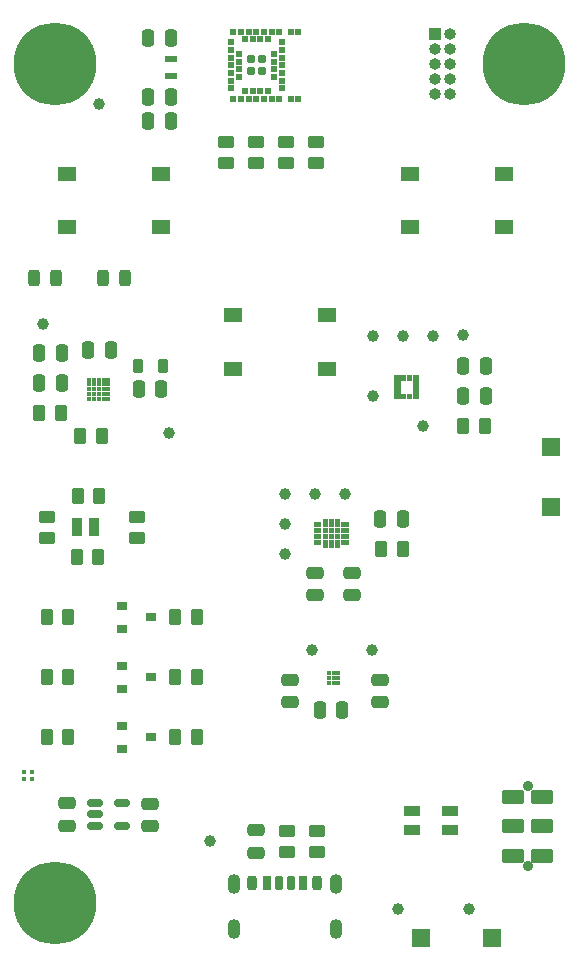
<source format=gbr>
%TF.GenerationSoftware,KiCad,Pcbnew,7.0.10-7.0.10~ubuntu22.04.1*%
%TF.CreationDate,2024-04-30T07:38:50+03:00*%
%TF.ProjectId,imu-mouse,696d752d-6d6f-4757-9365-2e6b69636164,v1*%
%TF.SameCoordinates,Original*%
%TF.FileFunction,Soldermask,Top*%
%TF.FilePolarity,Negative*%
%FSLAX46Y46*%
G04 Gerber Fmt 4.6, Leading zero omitted, Abs format (unit mm)*
G04 Created by KiCad (PCBNEW 7.0.10-7.0.10~ubuntu22.04.1) date 2024-04-30 07:38:50*
%MOMM*%
%LPD*%
G01*
G04 APERTURE LIST*
G04 Aperture macros list*
%AMRoundRect*
0 Rectangle with rounded corners*
0 $1 Rounding radius*
0 $2 $3 $4 $5 $6 $7 $8 $9 X,Y pos of 4 corners*
0 Add a 4 corners polygon primitive as box body*
4,1,4,$2,$3,$4,$5,$6,$7,$8,$9,$2,$3,0*
0 Add four circle primitives for the rounded corners*
1,1,$1+$1,$2,$3*
1,1,$1+$1,$4,$5*
1,1,$1+$1,$6,$7*
1,1,$1+$1,$8,$9*
0 Add four rect primitives between the rounded corners*
20,1,$1+$1,$2,$3,$4,$5,0*
20,1,$1+$1,$4,$5,$6,$7,0*
20,1,$1+$1,$6,$7,$8,$9,0*
20,1,$1+$1,$8,$9,$2,$3,0*%
G04 Aperture macros list end*
%ADD10C,0.010000*%
%ADD11RoundRect,0.243750X0.243750X0.456250X-0.243750X0.456250X-0.243750X-0.456250X0.243750X-0.456250X0*%
%ADD12C,0.900000*%
%ADD13RoundRect,0.102000X0.800000X0.500000X-0.800000X0.500000X-0.800000X-0.500000X0.800000X-0.500000X0*%
%ADD14RoundRect,0.250000X-0.250000X-0.475000X0.250000X-0.475000X0.250000X0.475000X-0.250000X0.475000X0*%
%ADD15C,1.000000*%
%ADD16RoundRect,0.010280X0.421720X0.246720X-0.421720X0.246720X-0.421720X-0.246720X0.421720X-0.246720X0*%
%ADD17RoundRect,0.250000X-0.550000X-0.550000X0.550000X-0.550000X0.550000X0.550000X-0.550000X0.550000X0*%
%ADD18RoundRect,0.250000X0.262500X0.450000X-0.262500X0.450000X-0.262500X-0.450000X0.262500X-0.450000X0*%
%ADD19RoundRect,0.102000X-0.175000X0.175000X-0.175000X-0.175000X0.175000X-0.175000X0.175000X0.175000X0*%
%ADD20RoundRect,0.102000X-0.210000X0.210000X-0.210000X-0.210000X0.210000X-0.210000X0.210000X0.210000X0*%
%ADD21RoundRect,0.250000X0.450000X-0.262500X0.450000X0.262500X-0.450000X0.262500X-0.450000X-0.262500X0*%
%ADD22C,0.404000*%
%ADD23RoundRect,0.150000X-0.512500X-0.150000X0.512500X-0.150000X0.512500X0.150000X-0.512500X0.150000X0*%
%ADD24RoundRect,0.250000X-0.475000X0.250000X-0.475000X-0.250000X0.475000X-0.250000X0.475000X0.250000X0*%
%ADD25RoundRect,0.250000X-0.262500X-0.450000X0.262500X-0.450000X0.262500X0.450000X-0.262500X0.450000X0*%
%ADD26R,1.550000X1.300000*%
%ADD27C,7.000000*%
%ADD28C,0.424000*%
%ADD29RoundRect,0.243750X-0.243750X-0.456250X0.243750X-0.456250X0.243750X0.456250X-0.243750X0.456250X0*%
%ADD30R,0.914400X0.660400*%
%ADD31RoundRect,0.250000X0.250000X0.475000X-0.250000X0.475000X-0.250000X-0.475000X0.250000X-0.475000X0*%
%ADD32RoundRect,0.175000X-0.175000X-0.425000X0.175000X-0.425000X0.175000X0.425000X-0.175000X0.425000X0*%
%ADD33RoundRect,0.190000X0.190000X0.410000X-0.190000X0.410000X-0.190000X-0.410000X0.190000X-0.410000X0*%
%ADD34RoundRect,0.200000X0.200000X0.400000X-0.200000X0.400000X-0.200000X-0.400000X0.200000X-0.400000X0*%
%ADD35RoundRect,0.175000X0.175000X0.425000X-0.175000X0.425000X-0.175000X-0.425000X0.175000X-0.425000X0*%
%ADD36RoundRect,0.190000X-0.190000X-0.410000X0.190000X-0.410000X0.190000X0.410000X-0.190000X0.410000X0*%
%ADD37RoundRect,0.200000X-0.200000X-0.400000X0.200000X-0.400000X0.200000X0.400000X-0.200000X0.400000X0*%
%ADD38O,1.100000X1.700000*%
%ADD39R,1.100000X0.600000*%
%ADD40R,1.000000X1.000000*%
%ADD41O,1.000000X1.000000*%
%ADD42RoundRect,0.250000X-0.450000X0.262500X-0.450000X-0.262500X0.450000X-0.262500X0.450000X0.262500X0*%
%ADD43RoundRect,0.250000X0.475000X-0.250000X0.475000X0.250000X-0.475000X0.250000X-0.475000X-0.250000X0*%
%ADD44RoundRect,0.218750X0.218750X0.381250X-0.218750X0.381250X-0.218750X-0.381250X0.218750X-0.381250X0*%
%ADD45R,1.422400X0.812800*%
%ADD46R,0.304800X0.304800*%
G04 APERTURE END LIST*
%TO.C,U6*%
D10*
X97462500Y-166775000D02*
X96887500Y-166775000D01*
X96887500Y-166425000D01*
X97462500Y-166425000D01*
X97462500Y-166775000D01*
G36*
X97462500Y-166775000D02*
G01*
X96887500Y-166775000D01*
X96887500Y-166425000D01*
X97462500Y-166425000D01*
X97462500Y-166775000D01*
G37*
X97462500Y-167275000D02*
X96887500Y-167275000D01*
X96887500Y-166925000D01*
X97462500Y-166925000D01*
X97462500Y-167275000D01*
G36*
X97462500Y-167275000D02*
G01*
X96887500Y-167275000D01*
X96887500Y-166925000D01*
X97462500Y-166925000D01*
X97462500Y-167275000D01*
G37*
X97462500Y-167775000D02*
X96887500Y-167775000D01*
X96887500Y-167425000D01*
X97462500Y-167425000D01*
X97462500Y-167775000D01*
G36*
X97462500Y-167775000D02*
G01*
X96887500Y-167775000D01*
X96887500Y-167425000D01*
X97462500Y-167425000D01*
X97462500Y-167775000D01*
G37*
X97462500Y-168275000D02*
X96887500Y-168275000D01*
X96887500Y-167925000D01*
X97462500Y-167925000D01*
X97462500Y-168275000D01*
G36*
X97462500Y-168275000D02*
G01*
X96887500Y-168275000D01*
X96887500Y-167925000D01*
X97462500Y-167925000D01*
X97462500Y-168275000D01*
G37*
X98012500Y-166725000D02*
X97662500Y-166725000D01*
X97662500Y-166150000D01*
X98012500Y-166150000D01*
X98012500Y-166725000D01*
G36*
X98012500Y-166725000D02*
G01*
X97662500Y-166725000D01*
X97662500Y-166150000D01*
X98012500Y-166150000D01*
X98012500Y-166725000D01*
G37*
X98012500Y-167275000D02*
X97662500Y-167275000D01*
X97662500Y-166925000D01*
X98012500Y-166925000D01*
X98012500Y-167275000D01*
G36*
X98012500Y-167275000D02*
G01*
X97662500Y-167275000D01*
X97662500Y-166925000D01*
X98012500Y-166925000D01*
X98012500Y-167275000D01*
G37*
X98012500Y-167775000D02*
X97662500Y-167775000D01*
X97662500Y-167425000D01*
X98012500Y-167425000D01*
X98012500Y-167775000D01*
G36*
X98012500Y-167775000D02*
G01*
X97662500Y-167775000D01*
X97662500Y-167425000D01*
X98012500Y-167425000D01*
X98012500Y-167775000D01*
G37*
X98012500Y-168550000D02*
X97662500Y-168550000D01*
X97662500Y-167975000D01*
X98012500Y-167975000D01*
X98012500Y-168550000D01*
G36*
X98012500Y-168550000D02*
G01*
X97662500Y-168550000D01*
X97662500Y-167975000D01*
X98012500Y-167975000D01*
X98012500Y-168550000D01*
G37*
X98512500Y-166725000D02*
X98162500Y-166725000D01*
X98162500Y-166150000D01*
X98512500Y-166150000D01*
X98512500Y-166725000D01*
G36*
X98512500Y-166725000D02*
G01*
X98162500Y-166725000D01*
X98162500Y-166150000D01*
X98512500Y-166150000D01*
X98512500Y-166725000D01*
G37*
X98512500Y-167275000D02*
X98162500Y-167275000D01*
X98162500Y-166925000D01*
X98512500Y-166925000D01*
X98512500Y-167275000D01*
G36*
X98512500Y-167275000D02*
G01*
X98162500Y-167275000D01*
X98162500Y-166925000D01*
X98512500Y-166925000D01*
X98512500Y-167275000D01*
G37*
X98512500Y-167775000D02*
X98162500Y-167775000D01*
X98162500Y-167425000D01*
X98512500Y-167425000D01*
X98512500Y-167775000D01*
G36*
X98512500Y-167775000D02*
G01*
X98162500Y-167775000D01*
X98162500Y-167425000D01*
X98512500Y-167425000D01*
X98512500Y-167775000D01*
G37*
X98512500Y-168550000D02*
X98162500Y-168550000D01*
X98162500Y-167975000D01*
X98512500Y-167975000D01*
X98512500Y-168550000D01*
G36*
X98512500Y-168550000D02*
G01*
X98162500Y-168550000D01*
X98162500Y-167975000D01*
X98512500Y-167975000D01*
X98512500Y-168550000D01*
G37*
X99012500Y-166725000D02*
X98662500Y-166725000D01*
X98662500Y-166150000D01*
X99012500Y-166150000D01*
X99012500Y-166725000D01*
G36*
X99012500Y-166725000D02*
G01*
X98662500Y-166725000D01*
X98662500Y-166150000D01*
X99012500Y-166150000D01*
X99012500Y-166725000D01*
G37*
X99012500Y-167275000D02*
X98662500Y-167275000D01*
X98662500Y-166925000D01*
X99012500Y-166925000D01*
X99012500Y-167275000D01*
G36*
X99012500Y-167275000D02*
G01*
X98662500Y-167275000D01*
X98662500Y-166925000D01*
X99012500Y-166925000D01*
X99012500Y-167275000D01*
G37*
X99012500Y-167775000D02*
X98662500Y-167775000D01*
X98662500Y-167425000D01*
X99012500Y-167425000D01*
X99012500Y-167775000D01*
G36*
X99012500Y-167775000D02*
G01*
X98662500Y-167775000D01*
X98662500Y-167425000D01*
X99012500Y-167425000D01*
X99012500Y-167775000D01*
G37*
X99012500Y-168550000D02*
X98662500Y-168550000D01*
X98662500Y-167975000D01*
X99012500Y-167975000D01*
X99012500Y-168550000D01*
G36*
X99012500Y-168550000D02*
G01*
X98662500Y-168550000D01*
X98662500Y-167975000D01*
X99012500Y-167975000D01*
X99012500Y-168550000D01*
G37*
X99787500Y-166775000D02*
X99212500Y-166775000D01*
X99212500Y-166425000D01*
X99787500Y-166425000D01*
X99787500Y-166775000D01*
G36*
X99787500Y-166775000D02*
G01*
X99212500Y-166775000D01*
X99212500Y-166425000D01*
X99787500Y-166425000D01*
X99787500Y-166775000D01*
G37*
X99787500Y-167275000D02*
X99212500Y-167275000D01*
X99212500Y-166925000D01*
X99787500Y-166925000D01*
X99787500Y-167275000D01*
G36*
X99787500Y-167275000D02*
G01*
X99212500Y-167275000D01*
X99212500Y-166925000D01*
X99787500Y-166925000D01*
X99787500Y-167275000D01*
G37*
X99787500Y-167775000D02*
X99212500Y-167775000D01*
X99212500Y-167425000D01*
X99787500Y-167425000D01*
X99787500Y-167775000D01*
G36*
X99787500Y-167775000D02*
G01*
X99212500Y-167775000D01*
X99212500Y-167425000D01*
X99787500Y-167425000D01*
X99787500Y-167775000D01*
G37*
X99787500Y-168275000D02*
X99212500Y-168275000D01*
X99212500Y-167925000D01*
X99787500Y-167925000D01*
X99787500Y-168275000D01*
G36*
X99787500Y-168275000D02*
G01*
X99212500Y-168275000D01*
X99212500Y-167925000D01*
X99787500Y-167925000D01*
X99787500Y-168275000D01*
G37*
%TO.C,U7*%
X104160000Y-154410000D02*
X103710000Y-154410000D01*
X103710000Y-154010000D01*
X104160000Y-154010000D01*
X104160000Y-154410000D01*
G36*
X104160000Y-154410000D02*
G01*
X103710000Y-154410000D01*
X103710000Y-154010000D01*
X104160000Y-154010000D01*
X104160000Y-154410000D01*
G37*
X104160000Y-154910000D02*
X103710000Y-154910000D01*
X103710000Y-154510000D01*
X104160000Y-154510000D01*
X104160000Y-154910000D01*
G36*
X104160000Y-154910000D02*
G01*
X103710000Y-154910000D01*
X103710000Y-154510000D01*
X104160000Y-154510000D01*
X104160000Y-154910000D01*
G37*
X104160000Y-155410000D02*
X103710000Y-155410000D01*
X103710000Y-155010000D01*
X104160000Y-155010000D01*
X104160000Y-155410000D01*
G36*
X104160000Y-155410000D02*
G01*
X103710000Y-155410000D01*
X103710000Y-155010000D01*
X104160000Y-155010000D01*
X104160000Y-155410000D01*
G37*
X104160000Y-155910000D02*
X103710000Y-155910000D01*
X103710000Y-155510000D01*
X104160000Y-155510000D01*
X104160000Y-155910000D01*
G36*
X104160000Y-155910000D02*
G01*
X103710000Y-155910000D01*
X103710000Y-155510000D01*
X104160000Y-155510000D01*
X104160000Y-155910000D01*
G37*
X104635000Y-154360000D02*
X104285000Y-154360000D01*
X104285000Y-153960000D01*
X104635000Y-153960000D01*
X104635000Y-154360000D01*
G36*
X104635000Y-154360000D02*
G01*
X104285000Y-154360000D01*
X104285000Y-153960000D01*
X104635000Y-153960000D01*
X104635000Y-154360000D01*
G37*
X104635000Y-155960000D02*
X104285000Y-155960000D01*
X104285000Y-155560000D01*
X104635000Y-155560000D01*
X104635000Y-155960000D01*
G36*
X104635000Y-155960000D02*
G01*
X104285000Y-155960000D01*
X104285000Y-155560000D01*
X104635000Y-155560000D01*
X104635000Y-155960000D01*
G37*
X105135000Y-154360000D02*
X104785000Y-154360000D01*
X104785000Y-153960000D01*
X105135000Y-153960000D01*
X105135000Y-154360000D01*
G36*
X105135000Y-154360000D02*
G01*
X104785000Y-154360000D01*
X104785000Y-153960000D01*
X105135000Y-153960000D01*
X105135000Y-154360000D01*
G37*
X105135000Y-155960000D02*
X104785000Y-155960000D01*
X104785000Y-155560000D01*
X105135000Y-155560000D01*
X105135000Y-155960000D01*
G36*
X105135000Y-155960000D02*
G01*
X104785000Y-155960000D01*
X104785000Y-155560000D01*
X105135000Y-155560000D01*
X105135000Y-155960000D01*
G37*
X105710000Y-154410000D02*
X105260000Y-154410000D01*
X105260000Y-154010000D01*
X105710000Y-154010000D01*
X105710000Y-154410000D01*
G36*
X105710000Y-154410000D02*
G01*
X105260000Y-154410000D01*
X105260000Y-154010000D01*
X105710000Y-154010000D01*
X105710000Y-154410000D01*
G37*
X105710000Y-154910000D02*
X105260000Y-154910000D01*
X105260000Y-154510000D01*
X105710000Y-154510000D01*
X105710000Y-154910000D01*
G36*
X105710000Y-154910000D02*
G01*
X105260000Y-154910000D01*
X105260000Y-154510000D01*
X105710000Y-154510000D01*
X105710000Y-154910000D01*
G37*
X105710000Y-155410000D02*
X105260000Y-155410000D01*
X105260000Y-155010000D01*
X105710000Y-155010000D01*
X105710000Y-155410000D01*
G36*
X105710000Y-155410000D02*
G01*
X105260000Y-155410000D01*
X105260000Y-155010000D01*
X105710000Y-155010000D01*
X105710000Y-155410000D01*
G37*
X105710000Y-155910000D02*
X105260000Y-155910000D01*
X105260000Y-155510000D01*
X105710000Y-155510000D01*
X105710000Y-155910000D01*
G36*
X105710000Y-155910000D02*
G01*
X105260000Y-155910000D01*
X105260000Y-155510000D01*
X105710000Y-155510000D01*
X105710000Y-155910000D01*
G37*
%TD*%
D11*
%TO.C,D1*%
X80900000Y-145800000D03*
X79025000Y-145800000D03*
%TD*%
D12*
%TO.C,SW1*%
X115000000Y-195580000D03*
X115000000Y-188780000D03*
D13*
X113800000Y-194680000D03*
X113800000Y-192180000D03*
X113800000Y-189680000D03*
X116200000Y-194680000D03*
X116200000Y-192180000D03*
X116200000Y-189680000D03*
%TD*%
D14*
%TO.C,C14*%
X109540000Y-155760000D03*
X111440000Y-155760000D03*
%TD*%
D15*
%TO.C,TP16*%
X101860000Y-177240000D03*
%TD*%
D16*
%TO.C,Q1*%
X78300000Y-167380000D03*
X78300000Y-166880000D03*
X78300000Y-166380000D03*
X76830000Y-166380000D03*
X76830000Y-166880000D03*
X76830000Y-167380000D03*
%TD*%
D17*
%TO.C,J2*%
X112000000Y-201680000D03*
%TD*%
D18*
%TO.C,R6*%
X76115000Y-174500000D03*
X74290000Y-174500000D03*
%TD*%
D15*
%TO.C,TP14*%
X107000000Y-150680000D03*
%TD*%
D14*
%TO.C,C13*%
X109540000Y-153220000D03*
X111440000Y-153220000D03*
%TD*%
D19*
%TO.C,U5*%
X95580000Y-124920000D03*
X94930000Y-124920000D03*
X93988000Y-124920000D03*
X93338000Y-124920000D03*
X92688000Y-124920000D03*
X92038000Y-124920000D03*
X91388000Y-124920000D03*
X90738000Y-124920000D03*
X90088000Y-124920000D03*
X93013000Y-125570000D03*
X92363000Y-125570000D03*
X91713000Y-125570000D03*
X91063000Y-125570000D03*
X89900000Y-125810000D03*
X89900000Y-126460000D03*
X89900000Y-127110000D03*
X89900000Y-127760000D03*
X89900000Y-128410000D03*
X89900000Y-129060000D03*
X89900000Y-129710000D03*
X90550000Y-126785000D03*
X90550000Y-127435000D03*
X90550000Y-128085000D03*
X90550000Y-128735000D03*
X90088000Y-130600000D03*
X90738000Y-130600000D03*
X91388000Y-130600000D03*
X92038000Y-130600000D03*
X92688000Y-130600000D03*
X93338000Y-130600000D03*
X93988000Y-130600000D03*
X94930000Y-130600000D03*
X95580000Y-130600000D03*
X91063000Y-129950000D03*
X91713000Y-129950000D03*
X92363000Y-129950000D03*
X93013000Y-129950000D03*
X94175000Y-129710000D03*
X94175000Y-129060000D03*
X94175000Y-128410000D03*
X94175000Y-127760000D03*
X94175000Y-127110000D03*
X94175000Y-126460000D03*
X94175000Y-125810000D03*
X93525000Y-128735000D03*
X93525000Y-128085000D03*
X93525000Y-127435000D03*
X93525000Y-126785000D03*
D20*
X92488000Y-127240000D03*
X91588000Y-127240000D03*
X91588000Y-128280000D03*
X92488000Y-128280000D03*
%TD*%
D21*
%TO.C,R14*%
X89500000Y-136045000D03*
X89500000Y-134220000D03*
%TD*%
D15*
%TO.C,TP3*%
X88140000Y-193420000D03*
%TD*%
D22*
%TO.C,U8*%
X98173595Y-179238558D03*
X98573595Y-179238558D03*
X98973595Y-179238558D03*
X98173595Y-179638558D03*
X98573595Y-179638558D03*
X98973595Y-179638558D03*
X98173595Y-180038558D03*
X98573595Y-180038558D03*
X98973595Y-180038558D03*
%TD*%
D23*
%TO.C,U9*%
X78362500Y-190230000D03*
X78362500Y-191180000D03*
X78362500Y-192130000D03*
X80637500Y-192130000D03*
X80637500Y-190230000D03*
%TD*%
D24*
%TO.C,C12*%
X100100000Y-170700000D03*
X100100000Y-172600000D03*
%TD*%
D25*
%TO.C,R4*%
X85165000Y-179580000D03*
X86990000Y-179580000D03*
%TD*%
D24*
%TO.C,C11*%
X97000000Y-170700000D03*
X97000000Y-172600000D03*
%TD*%
D26*
%TO.C,SW4*%
X105020000Y-136930000D03*
X112980000Y-136930000D03*
X105020000Y-141430000D03*
X112980000Y-141430000D03*
%TD*%
D15*
%TO.C,TP18*%
X106125000Y-158300000D03*
%TD*%
D27*
%TO.C,H1*%
X75000000Y-127680000D03*
%TD*%
D14*
%TO.C,C18*%
X97420000Y-182320000D03*
X99320000Y-182320000D03*
%TD*%
D17*
%TO.C,J1*%
X106000000Y-201680000D03*
%TD*%
D15*
%TO.C,TP4*%
X74000000Y-149680000D03*
%TD*%
D28*
%TO.C,U4*%
X77900000Y-154380000D03*
X78300000Y-154380000D03*
X78700000Y-154380000D03*
X79100000Y-154380000D03*
X79500000Y-154380000D03*
X77900000Y-154780000D03*
X78300000Y-154780000D03*
X78700000Y-154780000D03*
X79100000Y-154780000D03*
X79500000Y-154780000D03*
X77900000Y-155180000D03*
X78300000Y-155180000D03*
X78700000Y-155180000D03*
X79100000Y-155180000D03*
X79500000Y-155180000D03*
X77900000Y-155580000D03*
X78300000Y-155580000D03*
X78700000Y-155580000D03*
X79100000Y-155580000D03*
X79500000Y-155580000D03*
X77900000Y-155980000D03*
X78300000Y-155980000D03*
X78700000Y-155980000D03*
X79100000Y-155980000D03*
X79500000Y-155980000D03*
%TD*%
D26*
%TO.C,SW3*%
X76020000Y-136930000D03*
X83980000Y-136930000D03*
X76020000Y-141430000D03*
X83980000Y-141430000D03*
%TD*%
D15*
%TO.C,TP17*%
X96780000Y-177240000D03*
%TD*%
D29*
%TO.C,D2*%
X73225000Y-145800000D03*
X75100000Y-145800000D03*
%TD*%
D30*
%TO.C,U2*%
X80665400Y-178629999D03*
X80665400Y-180530001D03*
X83154600Y-179580000D03*
%TD*%
D14*
%TO.C,C6*%
X82890000Y-125420000D03*
X84790000Y-125420000D03*
%TD*%
D15*
%TO.C,TP6*%
X78700000Y-131000000D03*
%TD*%
%TO.C,TP19*%
X101920000Y-155760000D03*
%TD*%
D18*
%TO.C,R15*%
X78740000Y-164180000D03*
X76915000Y-164180000D03*
%TD*%
D31*
%TO.C,C1*%
X75575000Y-154640000D03*
X73675000Y-154640000D03*
%TD*%
D15*
%TO.C,TP12*%
X104460000Y-150680000D03*
%TD*%
D32*
%TO.C,J3*%
X93955024Y-197029206D03*
D33*
X95975024Y-197029206D03*
D34*
X97205024Y-197029206D03*
D35*
X94955024Y-197029206D03*
D36*
X92935024Y-197029206D03*
D37*
X91705024Y-197029206D03*
D38*
X90135024Y-197109206D03*
X90135024Y-200909206D03*
X98775024Y-197109206D03*
X98775024Y-200909206D03*
%TD*%
D25*
%TO.C,R5*%
X85165000Y-184660000D03*
X86990000Y-184660000D03*
%TD*%
D31*
%TO.C,C8*%
X84800000Y-132500000D03*
X82900000Y-132500000D03*
%TD*%
D27*
%TO.C,H3*%
X114700000Y-127670000D03*
%TD*%
D18*
%TO.C,R7*%
X76115000Y-179580000D03*
X74290000Y-179580000D03*
%TD*%
D25*
%TO.C,R20*%
X109540000Y-158300000D03*
X111365000Y-158300000D03*
%TD*%
D18*
%TO.C,R8*%
X76115000Y-184660000D03*
X74290000Y-184660000D03*
%TD*%
D21*
%TO.C,R10*%
X94590000Y-194400000D03*
X94590000Y-192575000D03*
%TD*%
D14*
%TO.C,C2*%
X77800000Y-151900000D03*
X79700000Y-151900000D03*
%TD*%
D39*
%TO.C,Y1*%
X84840000Y-128620000D03*
X84840000Y-127220000D03*
%TD*%
D15*
%TO.C,TP13*%
X101920000Y-150680000D03*
%TD*%
D40*
%TO.C,J4*%
X107170000Y-125080000D03*
D41*
X108440000Y-125080000D03*
X107170000Y-126350000D03*
X108440000Y-126350000D03*
X107170000Y-127620000D03*
X108440000Y-127620000D03*
X107170000Y-128890000D03*
X108440000Y-128890000D03*
X107170000Y-130160000D03*
X108440000Y-130160000D03*
%TD*%
D25*
%TO.C,R3*%
X85165000Y-174500000D03*
X86990000Y-174500000D03*
%TD*%
D15*
%TO.C,TP8*%
X99500000Y-164060000D03*
%TD*%
D17*
%TO.C,J5*%
X117000000Y-165180000D03*
%TD*%
%TO.C,J6*%
X117000000Y-160100000D03*
%TD*%
D15*
%TO.C,TP5*%
X84600000Y-158900000D03*
%TD*%
D14*
%TO.C,C5*%
X82100000Y-155180000D03*
X84000000Y-155180000D03*
%TD*%
D15*
%TO.C,TP10*%
X94420000Y-164060000D03*
%TD*%
D18*
%TO.C,R2*%
X75500000Y-157180000D03*
X73675000Y-157180000D03*
%TD*%
D15*
%TO.C,TP1*%
X104000000Y-199180000D03*
%TD*%
D18*
%TO.C,R19*%
X104425000Y-168700000D03*
X102600000Y-168700000D03*
%TD*%
D31*
%TO.C,C7*%
X84790000Y-130420000D03*
X82890000Y-130420000D03*
%TD*%
D30*
%TO.C,U1*%
X80665400Y-173549999D03*
X80665400Y-175450001D03*
X83154600Y-174500000D03*
%TD*%
D15*
%TO.C,TP2*%
X110000000Y-199180000D03*
%TD*%
%TO.C,TP11*%
X96960000Y-164060000D03*
%TD*%
D25*
%TO.C,R16*%
X76830000Y-169420000D03*
X78655000Y-169420000D03*
%TD*%
D42*
%TO.C,R18*%
X81910000Y-165967500D03*
X81910000Y-167792500D03*
%TD*%
D15*
%TO.C,TP7*%
X94420000Y-169140000D03*
%TD*%
D43*
%TO.C,C3*%
X92000000Y-194437500D03*
X92000000Y-192537500D03*
%TD*%
D27*
%TO.C,H2*%
X75000000Y-198680000D03*
%TD*%
D21*
%TO.C,R11*%
X91985675Y-136051599D03*
X91985675Y-134226599D03*
%TD*%
D31*
%TO.C,C4*%
X75575000Y-152100000D03*
X73675000Y-152100000D03*
%TD*%
D26*
%TO.C,SW5*%
X90020000Y-148930000D03*
X97980000Y-148930000D03*
X90020000Y-153430000D03*
X97980000Y-153430000D03*
%TD*%
D44*
%TO.C,L1*%
X84100000Y-153200000D03*
X81975000Y-153200000D03*
%TD*%
D14*
%TO.C,C9*%
X102512500Y-166140000D03*
X104412500Y-166140000D03*
%TD*%
D45*
%TO.C,SW2*%
X105199800Y-190875000D03*
X105199800Y-192525000D03*
X108400200Y-192525000D03*
X108400200Y-190875000D03*
%TD*%
D15*
%TO.C,TP15*%
X109550000Y-150600000D03*
%TD*%
D46*
%TO.C,LED1*%
X73000000Y-188180000D03*
X73000000Y-187570400D03*
X72390400Y-187570400D03*
X72390400Y-188180000D03*
%TD*%
D43*
%TO.C,C17*%
X83000000Y-192180000D03*
X83000000Y-190280000D03*
%TD*%
D18*
%TO.C,R1*%
X78962500Y-159160000D03*
X77137500Y-159160000D03*
%TD*%
D30*
%TO.C,U3*%
X80665400Y-183709999D03*
X80665400Y-185610001D03*
X83154600Y-184660000D03*
%TD*%
D42*
%TO.C,R17*%
X74290000Y-165967500D03*
X74290000Y-167792500D03*
%TD*%
D21*
%TO.C,R13*%
X97065675Y-136051599D03*
X97065675Y-134226599D03*
%TD*%
D24*
%TO.C,C15*%
X102500000Y-179780000D03*
X102500000Y-181680000D03*
%TD*%
D21*
%TO.C,R9*%
X97150000Y-194400000D03*
X97150000Y-192575000D03*
%TD*%
%TO.C,R12*%
X94525675Y-136051599D03*
X94525675Y-134226599D03*
%TD*%
D43*
%TO.C,C10*%
X76000000Y-192130000D03*
X76000000Y-190230000D03*
%TD*%
D15*
%TO.C,TP9*%
X94420000Y-166600000D03*
%TD*%
D43*
%TO.C,C16*%
X94880000Y-181680000D03*
X94880000Y-179780000D03*
%TD*%
M02*

</source>
